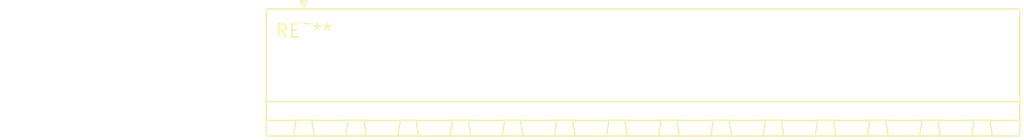
<source format=kicad_pcb>
(kicad_pcb (version 20240108) (generator pcbnew)
  (layers (0 "F.Cu" signal) (31 "B.Cu" signal) (34 "B.Paste" user) (35 "F.Paste" user) (36 "B.SilkS" user "B.Silkscreen") (37 "F.SilkS" user "F.Silkscreen") (38 "B.Mask" user) (39 "F.Mask" user) (44 "Edge.Cuts" user))
  (net 0 "")
  (footprint "PhoenixContact_MSTBA_2,5_14-G_1x14_P5.00mm_Horizontal" (layer "F.Cu") (at 0 0)
    (property "Reference" "REF**")
    (property "Value" "PhoenixContact_MSTBA_2,5_14-G_1x14_P5.00mm_Horizontal")
    (fp_line (start -3.61 -2.11) (end -3.61 10.11) (layer "F.SilkS") (stroke (width 0.12)))
    (fp_line (start -3.61 6.81) (end 68.61 6.81) (layer "F.SilkS") (stroke (width 0.12)))
    (fp_line (start -3.61 8.61) (end -3.61 6.81) (layer "F.SilkS") (stroke (width 0.12)))
    (fp_line (start -3.61 10.11) (end 68.61 10.11) (layer "F.SilkS") (stroke (width 0.12)))
    (fp_line (start -1 10.11) (end 1 10.11) (layer "F.SilkS") (stroke (width 0.12)))
    (fp_line (start -0.75 8.61) (end -1 10.11) (layer "F.SilkS") (stroke (width 0.12)))
    (fp_line (start -0.3 -2.91) (end 0.3 -2.91) (layer "F.SilkS") (stroke (width 0.12)))
    (fp_line (start 0 -2.31) (end -0.3 -2.91) (layer "F.SilkS") (stroke (width 0.12)))
    (fp_line (start 0.3 -2.91) (end 0 -2.31) (layer "F.SilkS") (stroke (width 0.12)))
    (fp_line (start 0.75 8.61) (end -0.75 8.61) (layer "F.SilkS") (stroke (width 0.12)))
    (fp_line (start 1 10.11) (end 0.75 8.61) (layer "F.SilkS") (stroke (width 0.12)))
    (fp_line (start 4 10.11) (end 6 10.11) (layer "F.SilkS") (stroke (width 0.12)))
    (fp_line (start 4.25 8.61) (end 4 10.11) (layer "F.SilkS") (stroke (width 0.12)))
    (fp_line (start 5.75 8.61) (end 4.25 8.61) (layer "F.SilkS") (stroke (width 0.12)))
    (fp_line (start 6 10.11) (end 5.75 8.61) (layer "F.SilkS") (stroke (width 0.12)))
    (fp_line (start 9 10.11) (end 11 10.11) (layer "F.SilkS") (stroke (width 0.12)))
    (fp_line (start 9.25 8.61) (end 9 10.11) (layer "F.SilkS") (stroke (width 0.12)))
    (fp_line (start 10.75 8.61) (end 9.25 8.61) (layer "F.SilkS") (stroke (width 0.12)))
    (fp_line (start 11 10.11) (end 10.75 8.61) (layer "F.SilkS") (stroke (width 0.12)))
    (fp_line (start 14 10.11) (end 16 10.11) (layer "F.SilkS") (stroke (width 0.12)))
    (fp_line (start 14.25 8.61) (end 14 10.11) (layer "F.SilkS") (stroke (width 0.12)))
    (fp_line (start 15.75 8.61) (end 14.25 8.61) (layer "F.SilkS") (stroke (width 0.12)))
    (fp_line (start 16 10.11) (end 15.75 8.61) (layer "F.SilkS") (stroke (width 0.12)))
    (fp_line (start 19 10.11) (end 21 10.11) (layer "F.SilkS") (stroke (width 0.12)))
    (fp_line (start 19.25 8.61) (end 19 10.11) (layer "F.SilkS") (stroke (width 0.12)))
    (fp_line (start 20.75 8.61) (end 19.25 8.61) (layer "F.SilkS") (stroke (width 0.12)))
    (fp_line (start 21 10.11) (end 20.75 8.61) (layer "F.SilkS") (stroke (width 0.12)))
    (fp_line (start 24 10.11) (end 26 10.11) (layer "F.SilkS") (stroke (width 0.12)))
    (fp_line (start 24.25 8.61) (end 24 10.11) (layer "F.SilkS") (stroke (width 0.12)))
    (fp_line (start 25.75 8.61) (end 24.25 8.61) (layer "F.SilkS") (stroke (width 0.12)))
    (fp_line (start 26 10.11) (end 25.75 8.61) (layer "F.SilkS") (stroke (width 0.12)))
    (fp_line (start 29 10.11) (end 31 10.11) (layer "F.SilkS") (stroke (width 0.12)))
    (fp_line (start 29.25 8.61) (end 29 10.11) (layer "F.SilkS") (stroke (width 0.12)))
    (fp_line (start 30.75 8.61) (end 29.25 8.61) (layer "F.SilkS") (stroke (width 0.12)))
    (fp_line (start 31 10.11) (end 30.75 8.61) (layer "F.SilkS") (stroke (width 0.12)))
    (fp_line (start 34 10.11) (end 36 10.11) (layer "F.SilkS") (stroke (width 0.12)))
    (fp_line (start 34.25 8.61) (end 34 10.11) (layer "F.SilkS") (stroke (width 0.12)))
    (fp_line (start 35.75 8.61) (end 34.25 8.61) (layer "F.SilkS") (stroke (width 0.12)))
    (fp_line (start 36 10.11) (end 35.75 8.61) (layer "F.SilkS") (stroke (width 0.12)))
    (fp_line (start 39 10.11) (end 41 10.11) (layer "F.SilkS") (stroke (width 0.12)))
    (fp_line (start 39.25 8.61) (end 39 10.11) (layer "F.SilkS") (stroke (width 0.12)))
    (fp_line (start 40.75 8.61) (end 39.25 8.61) (layer "F.SilkS") (stroke (width 0.12)))
    (fp_line (start 41 10.11) (end 40.75 8.61) (layer "F.SilkS") (stroke (width 0.12)))
    (fp_line (start 44 10.11) (end 46 10.11) (layer "F.SilkS") (stroke (width 0.12)))
    (fp_line (start 44.25 8.61) (end 44 10.11) (layer "F.SilkS") (stroke (width 0.12)))
    (fp_line (start 45.75 8.61) (end 44.25 8.61) (layer "F.SilkS") (stroke (width 0.12)))
    (fp_line (start 46 10.11) (end 45.75 8.61) (layer "F.SilkS") (stroke (width 0.12)))
    (fp_line (start 49 10.11) (end 51 10.11) (layer "F.SilkS") (stroke (width 0.12)))
    (fp_line (start 49.25 8.61) (end 49 10.11) (layer "F.SilkS") (stroke (width 0.12)))
    (fp_line (start 50.75 8.61) (end 49.25 8.61) (layer "F.SilkS") (stroke (width 0.12)))
    (fp_line (start 51 10.11) (end 50.75 8.61) (layer "F.SilkS") (stroke (width 0.12)))
    (fp_line (start 54 10.11) (end 56 10.11) (layer "F.SilkS") (stroke (width 0.12)))
    (fp_line (start 54.25 8.61) (end 54 10.11) (layer "F.SilkS") (stroke (width 0.12)))
    (fp_line (start 55.75 8.61) (end 54.25 8.61) (layer "F.SilkS") (stroke (width 0.12)))
    (fp_line (start 56 10.11) (end 55.75 8.61) (layer "F.SilkS") (stroke (width 0.12)))
    (fp_line (start 59 10.11) (end 61 10.11) (layer "F.SilkS") (stroke (width 0.12)))
    (fp_line (start 59.25 8.61) (end 59 10.11) (layer "F.SilkS") (stroke (width 0.12)))
    (fp_line (start 60.75 8.61) (end 59.25 8.61) (layer "F.SilkS") (stroke (width 0.12)))
    (fp_line (start 61 10.11) (end 60.75 8.61) (layer "F.SilkS") (stroke (width 0.12)))
    (fp_line (start 64 10.11) (end 66 10.11) (layer "F.SilkS") (stroke (width 0.12)))
    (fp_line (start 64.25 8.61) (end 64 10.11) (layer "F.SilkS") (stroke (width 0.12)))
    (fp_line (start 65.75 8.61) (end 64.25 8.61) (layer "F.SilkS") (stroke (width 0.12)))
    (fp_line (start 66 10.11) (end 65.75 8.61) (layer "F.SilkS") (stroke (width 0.12)))
    (fp_line (start 68.61 -2.11) (end -3.61 -2.11) (layer "F.SilkS") (stroke (width 0.12)))
    (fp_line (start 68.61 6.81) (end 68.61 8.61) (layer "F.SilkS") (stroke (width 0.12)))
    (fp_line (start 68.61 8.61) (end -3.61 8.61) (layer "F.SilkS") (stroke (width 0.12)))
    (fp_line (start 68.61 10.11) (end 68.61 -2.11) (layer "F.SilkS") (stroke (width 0.12)))
    (pad "1" thru_hole roundrect (at 0 0) (size 2 3.6) (drill 1.4) (layers *.Cu *.Mask) (remove_unused_layers) (roundrect_rratio 0.125))
    (pad "2" thru_hole oval (at 5 0) (size 2 3.6) (drill 1.4) (layers *.Cu *.Mask) (remove_unused_layers))
    (pad "3" thru_hole oval (at 10 0) (size 2 3.6) (drill 1.4) (layers *.Cu *.Mask) (remove_unused_layers))
    (pad "4" thru_hole oval (at 15 0) (size 2 3.6) (drill 1.4) (layers *.Cu *.Mask) (remove_unused_layers))
    (pad "5" thru_hole oval (at 20 0) (size 2 3.6) (drill 1.4) (layers *.Cu *.Mask) (remove_unused_layers))
    (pad "6" thru_hole oval (at 25 0) (size 2 3.6) (drill 1.4) (layers *.Cu *.Mask) (remove_unused_layers))
    (pad "7" thru_hole oval (at 30 0) (size 2 3.6) (drill 1.4) (layers *.Cu *.Mask) (remove_unused_layers))
    (pad "8" thru_hole oval (at 35 0) (size 2 3.6) (drill 1.4) (layers *.Cu *.Mask) (remove_unused_layers))
    (pad "9" thru_hole oval (at 40 0) (size 2 3.6) (drill 1.4) (layers *.Cu *.Mask) (remove_unused_layers))
    (pad "10" thru_hole oval (at 45 0) (size 2 3.6) (drill 1.4) (layers *.Cu *.Mask) (remove_unused_layers))
    (pad "11" thru_hole oval (at 50 0) (size 2 3.6) (drill 1.4) (layers *.Cu *.Mask) (remove_unused_layers))
    (pad "12" thru_hole oval (at 55 0) (size 2 3.6) (drill 1.4) (layers *.Cu *.Mask) (remove_unused_layers))
    (pad "13" thru_hole oval (at 60 0) (size 2 3.6) (drill 1.4) (layers *.Cu *.Mask) (remove_unused_layers))
    (pad "14" thru_hole oval (at 65 0) (size 2 3.6) (drill 1.4) (layers *.Cu *.Mask) (remove_unused_layers))
  )
)
</source>
